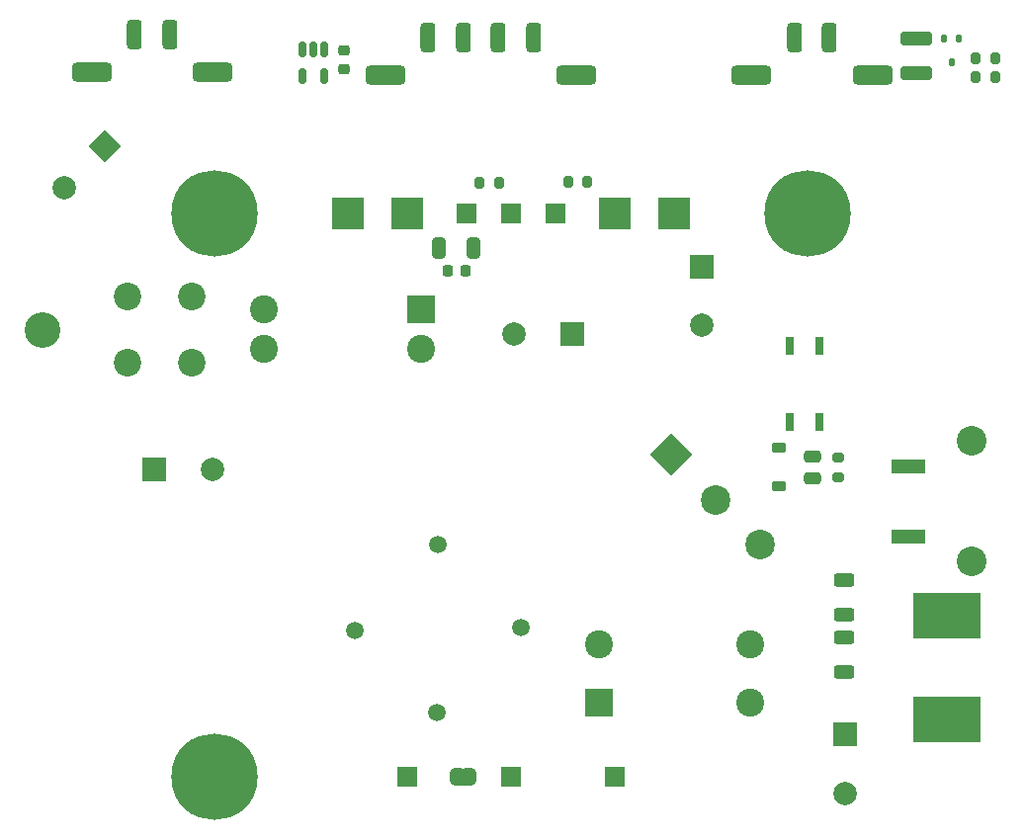
<source format=gbr>
%TF.GenerationSoftware,KiCad,Pcbnew,9.0.0*%
%TF.CreationDate,2025-05-02T12:02:38+02:00*%
%TF.ProjectId,TDK_DCDC_pcb,54444b5f-4443-4444-935f-7063622e6b69,rev?*%
%TF.SameCoordinates,Original*%
%TF.FileFunction,Soldermask,Top*%
%TF.FilePolarity,Negative*%
%FSLAX46Y46*%
G04 Gerber Fmt 4.6, Leading zero omitted, Abs format (unit mm)*
G04 Created by KiCad (PCBNEW 9.0.0) date 2025-05-02 12:02:38*
%MOMM*%
%LPD*%
G01*
G04 APERTURE LIST*
G04 Aperture macros list*
%AMRoundRect*
0 Rectangle with rounded corners*
0 $1 Rounding radius*
0 $2 $3 $4 $5 $6 $7 $8 $9 X,Y pos of 4 corners*
0 Add a 4 corners polygon primitive as box body*
4,1,4,$2,$3,$4,$5,$6,$7,$8,$9,$2,$3,0*
0 Add four circle primitives for the rounded corners*
1,1,$1+$1,$2,$3*
1,1,$1+$1,$4,$5*
1,1,$1+$1,$6,$7*
1,1,$1+$1,$8,$9*
0 Add four rect primitives between the rounded corners*
20,1,$1+$1,$2,$3,$4,$5,0*
20,1,$1+$1,$4,$5,$6,$7,0*
20,1,$1+$1,$6,$7,$8,$9,0*
20,1,$1+$1,$8,$9,$2,$3,0*%
%AMRotRect*
0 Rectangle, with rotation*
0 The origin of the aperture is its center*
0 $1 length*
0 $2 width*
0 $3 Rotation angle, in degrees counterclockwise*
0 Add horizontal line*
21,1,$1,$2,0,0,$3*%
%AMFreePoly0*
4,1,23,0.500000,-0.750000,0.000000,-0.750000,0.000000,-0.745722,-0.065263,-0.745722,-0.191342,-0.711940,-0.304381,-0.646677,-0.396677,-0.554381,-0.461940,-0.441342,-0.495722,-0.315263,-0.495722,-0.250000,-0.500000,-0.250000,-0.500000,0.250000,-0.495722,0.250000,-0.495722,0.315263,-0.461940,0.441342,-0.396677,0.554381,-0.304381,0.646677,-0.191342,0.711940,-0.065263,0.745722,0.000000,0.745722,
0.000000,0.750000,0.500000,0.750000,0.500000,-0.750000,0.500000,-0.750000,$1*%
%AMFreePoly1*
4,1,23,0.000000,0.745722,0.065263,0.745722,0.191342,0.711940,0.304381,0.646677,0.396677,0.554381,0.461940,0.441342,0.495722,0.315263,0.495722,0.250000,0.500000,0.250000,0.500000,-0.250000,0.495722,-0.250000,0.495722,-0.315263,0.461940,-0.441342,0.396677,-0.554381,0.304381,-0.646677,0.191342,-0.711940,0.065263,-0.745722,0.000000,-0.745722,0.000000,-0.750000,-0.500000,-0.750000,
-0.500000,0.750000,0.000000,0.750000,0.000000,0.745722,0.000000,0.745722,$1*%
G04 Aperture macros list end*
%ADD10C,0.000000*%
%ADD11RoundRect,0.250000X-1.100000X0.325000X-1.100000X-0.325000X1.100000X-0.325000X1.100000X0.325000X0*%
%ADD12RoundRect,0.200000X-0.200000X-0.275000X0.200000X-0.275000X0.200000X0.275000X-0.200000X0.275000X0*%
%ADD13RoundRect,0.250000X-0.475000X0.250000X-0.475000X-0.250000X0.475000X-0.250000X0.475000X0.250000X0*%
%ADD14C,1.500000*%
%ADD15RoundRect,0.317500X-0.317500X-0.952500X0.317500X-0.952500X0.317500X0.952500X-0.317500X0.952500X0*%
%ADD16RoundRect,0.412500X-1.302500X-0.412500X1.302500X-0.412500X1.302500X0.412500X-1.302500X0.412500X0*%
%ADD17R,2.400000X2.400000*%
%ADD18C,2.400000*%
%ADD19RotRect,2.000000X2.000000X225.000000*%
%ADD20C,2.000000*%
%ADD21R,5.800000X4.000000*%
%ADD22RoundRect,0.250000X0.325000X0.650000X-0.325000X0.650000X-0.325000X-0.650000X0.325000X-0.650000X0*%
%ADD23RoundRect,0.225000X0.225000X0.250000X-0.225000X0.250000X-0.225000X-0.250000X0.225000X-0.250000X0*%
%ADD24RotRect,2.535000X2.535000X315.000000*%
%ADD25C,2.535000*%
%ADD26RoundRect,0.112500X0.112500X0.237500X-0.112500X0.237500X-0.112500X-0.237500X0.112500X-0.237500X0*%
%ADD27R,2.000000X2.000000*%
%ADD28C,2.540000*%
%ADD29R,2.920000X1.270000*%
%ADD30RoundRect,0.250000X0.625000X-0.312500X0.625000X0.312500X-0.625000X0.312500X-0.625000X-0.312500X0*%
%ADD31R,0.700000X1.550000*%
%ADD32FreePoly0,0.000000*%
%ADD33FreePoly1,0.000000*%
%ADD34RoundRect,0.200000X-0.275000X0.200000X-0.275000X-0.200000X0.275000X-0.200000X0.275000X0.200000X0*%
%ADD35RoundRect,0.225000X0.250000X-0.225000X0.250000X0.225000X-0.250000X0.225000X-0.250000X-0.225000X0*%
%ADD36RoundRect,0.150000X-0.150000X0.512500X-0.150000X-0.512500X0.150000X-0.512500X0.150000X0.512500X0*%
%ADD37C,3.048000*%
%ADD38C,2.362200*%
%ADD39RoundRect,0.225000X-0.375000X0.225000X-0.375000X-0.225000X0.375000X-0.225000X0.375000X0.225000X0*%
%ADD40C,7.400000*%
%ADD41R,1.752600X1.752600*%
%ADD42R,2.768600X2.768600*%
G04 APERTURE END LIST*
D10*
%TO.C,JP1*%
G36*
X140199999Y-127110000D02*
G01*
X139899999Y-127110000D01*
X139899999Y-125610000D01*
X140199999Y-125610000D01*
X140199999Y-127110000D01*
G37*
%TD*%
D11*
%TO.C,C7*%
X178850000Y-63104999D03*
X178850000Y-66055001D03*
%TD*%
D12*
%TO.C,R3*%
X183975000Y-64800000D03*
X185625000Y-64800000D03*
%TD*%
D13*
%TO.C,C13*%
X169984939Y-98880664D03*
X169984939Y-100780662D03*
%TD*%
D14*
%TO.C,C3*%
X130766058Y-113762876D03*
X137837126Y-120833944D03*
%TD*%
D15*
%TO.C,J1*%
X171440000Y-63010000D03*
X168440000Y-63010000D03*
D16*
X164740000Y-66210000D03*
X175140000Y-66210000D03*
%TD*%
D17*
%TO.C,C1*%
X151679369Y-120000968D03*
D18*
X151679369Y-115000968D03*
%TD*%
D19*
%TO.C,C10*%
X109411454Y-72292233D03*
D20*
X105875920Y-75827767D03*
%TD*%
D21*
%TO.C,F3*%
X181500000Y-112550000D03*
X181500000Y-121450000D03*
%TD*%
D18*
%TO.C,C6*%
X164679369Y-120000968D03*
X164679369Y-115000968D03*
%TD*%
D22*
%TO.C,C4*%
X140975001Y-81000000D03*
X138024999Y-81000000D03*
%TD*%
D12*
%TO.C,R5*%
X149075000Y-75357500D03*
X150725000Y-75357500D03*
%TD*%
D14*
%TO.C,C2*%
X145000000Y-113500000D03*
X137928932Y-106428932D03*
%TD*%
D23*
%TO.C,C5*%
X140300000Y-82984177D03*
X138750000Y-82984177D03*
%TD*%
D15*
%TO.C,J3*%
X114930000Y-62730000D03*
X111930000Y-62730000D03*
D16*
X108230000Y-65930000D03*
X118630000Y-65930000D03*
%TD*%
D24*
%TO.C,Q1*%
X157848278Y-98758400D03*
D25*
X161694939Y-102605061D03*
X165541600Y-106451722D03*
%TD*%
D26*
%TO.C,D4*%
X182540000Y-63090000D03*
X181240000Y-63090000D03*
X181890000Y-65090000D03*
%TD*%
D27*
%TO.C,C9*%
X149410000Y-88430000D03*
D20*
X144410000Y-88430000D03*
%TD*%
D28*
%TO.C,HV_in1*%
X183634999Y-97560000D03*
X183634999Y-107860000D03*
D29*
X178165000Y-99710000D03*
X178165000Y-105710000D03*
%TD*%
D30*
%TO.C,R9*%
X172675000Y-117350000D03*
X172675000Y-114425000D03*
%TD*%
D27*
%TO.C,C11*%
X113632323Y-100000000D03*
D20*
X118632323Y-100000000D03*
%TD*%
D31*
%TO.C,U2*%
X170620000Y-89450000D03*
X168080000Y-89450000D03*
X168080000Y-95950000D03*
X170620000Y-95950000D03*
%TD*%
D12*
%TO.C,R6*%
X141485000Y-75400000D03*
X143135000Y-75400000D03*
%TD*%
D27*
%TO.C,C8*%
X160520000Y-82612324D03*
D20*
X160520000Y-87612324D03*
%TD*%
D32*
%TO.C,JP1*%
X139400000Y-126360000D03*
D33*
X140699998Y-126360000D03*
%TD*%
D34*
%TO.C,R11*%
X172224939Y-99010662D03*
X172224939Y-100660662D03*
%TD*%
D15*
%TO.C,J2*%
X146090000Y-63000000D03*
X143090000Y-63000000D03*
X140090000Y-63000000D03*
X137090000Y-63000000D03*
D16*
X133390000Y-66200000D03*
X149790000Y-66200000D03*
%TD*%
D12*
%TO.C,R1*%
X183980000Y-66340000D03*
X185630000Y-66340000D03*
%TD*%
D35*
%TO.C,C12*%
X129850000Y-65675000D03*
X129850000Y-64125000D03*
%TD*%
D30*
%TO.C,R10*%
X172675000Y-112400000D03*
X172675000Y-109475000D03*
%TD*%
D27*
%TO.C,D1*%
X172805000Y-122710000D03*
D20*
X172805000Y-127789999D03*
%TD*%
D18*
%TO.C,F2*%
X136460000Y-89675000D03*
D17*
X136460000Y-86275000D03*
D18*
X122990000Y-89675000D03*
X122990000Y-86275000D03*
%TD*%
D36*
%TO.C,U4*%
X128199999Y-63992500D03*
X127250000Y-63992500D03*
X126300001Y-63992500D03*
X126300001Y-66267500D03*
X128199999Y-66267500D03*
%TD*%
D37*
%TO.C,LV_out1*%
X104010000Y-88030000D03*
D38*
X111310001Y-90880002D03*
X111310001Y-85179999D03*
X116810001Y-90880002D03*
X116810000Y-85179998D03*
%TD*%
D39*
%TO.C,D3*%
X167074939Y-98170664D03*
X167074939Y-101470664D03*
%TD*%
D40*
%TO.C,U1*%
X118790000Y-126330000D03*
X118790000Y-78029995D03*
X169590000Y-78029995D03*
D41*
X135300000Y-126330000D03*
X144190000Y-126330000D03*
X153080000Y-126330000D03*
D42*
X130220000Y-78030000D03*
X135300000Y-78030000D03*
D41*
X140380000Y-78030000D03*
X144190000Y-78030000D03*
X148000000Y-78030000D03*
D42*
X153080000Y-78030000D03*
X158160000Y-78030000D03*
%TD*%
M02*

</source>
